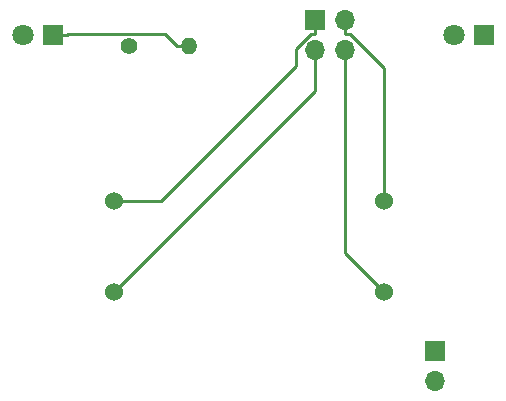
<source format=gbr>
%TF.GenerationSoftware,KiCad,Pcbnew,(6.0.11-0)*%
%TF.CreationDate,2023-11-06T17:50:52+10:00*%
%TF.ProjectId,GAUGE_Analog Instruments-12v,47415547-455f-4416-9e61-6c6f6720496e,rev?*%
%TF.SameCoordinates,Original*%
%TF.FileFunction,Copper,L2,Bot*%
%TF.FilePolarity,Positive*%
%FSLAX46Y46*%
G04 Gerber Fmt 4.6, Leading zero omitted, Abs format (unit mm)*
G04 Created by KiCad (PCBNEW (6.0.11-0)) date 2023-11-06 17:50:52*
%MOMM*%
%LPD*%
G01*
G04 APERTURE LIST*
%TA.AperFunction,ComponentPad*%
%ADD10C,1.524000*%
%TD*%
%TA.AperFunction,ComponentPad*%
%ADD11R,1.700000X1.700000*%
%TD*%
%TA.AperFunction,ComponentPad*%
%ADD12O,1.700000X1.700000*%
%TD*%
%TA.AperFunction,ComponentPad*%
%ADD13C,1.400000*%
%TD*%
%TA.AperFunction,ComponentPad*%
%ADD14O,1.400000X1.400000*%
%TD*%
%TA.AperFunction,ComponentPad*%
%ADD15R,1.800000X1.800000*%
%TD*%
%TA.AperFunction,ComponentPad*%
%ADD16C,1.800000*%
%TD*%
%TA.AperFunction,Conductor*%
%ADD17C,0.250000*%
%TD*%
G04 APERTURE END LIST*
D10*
%TO.P,M1,1*%
%TO.N,/COIL1*%
X168512800Y-93018000D03*
%TO.P,M1,2,-*%
%TO.N,/COIL2*%
X168512800Y-100718000D03*
%TO.P,M1,3*%
%TO.N,/COIL3*%
X191362800Y-100718000D03*
%TO.P,M1,4*%
%TO.N,/COIL4*%
X191362800Y-93018000D03*
%TD*%
D11*
%TO.P,J2,1,Pin_1*%
%TO.N,/COIL1*%
X185530500Y-77717600D03*
D12*
%TO.P,J2,2,Pin_2*%
%TO.N,/COIL4*%
X188070500Y-77717600D03*
%TO.P,J2,3,Pin_3*%
%TO.N,/COIL2*%
X185530500Y-80257600D03*
%TO.P,J2,4,Pin_4*%
%TO.N,/COIL3*%
X188070500Y-80257600D03*
%TD*%
D11*
%TO.P,J1,1,Pin_1*%
%TO.N,/LED+12V*%
X195690500Y-105789600D03*
D12*
%TO.P,J1,2,Pin_2*%
%TO.N,/LED-12V*%
X195690500Y-108329600D03*
%TD*%
D13*
%TO.P,R1,1*%
%TO.N,/LED-12V*%
X169775500Y-79934600D03*
D14*
%TO.P,R1,2*%
%TO.N,Net-(D1-Pad1)*%
X174855500Y-79934600D03*
%TD*%
D15*
%TO.P,D1,1,K*%
%TO.N,Net-(D1-Pad1)*%
X163290500Y-78984600D03*
D16*
%TO.P,D1,2,A*%
%TO.N,Net-(D1-Pad2)*%
X160750500Y-78984600D03*
%TD*%
D15*
%TO.P,D2,1,K*%
%TO.N,Net-(D1-Pad2)*%
X199790500Y-78984600D03*
D16*
%TO.P,D2,2,A*%
%TO.N,/LED+12V*%
X197250500Y-78984600D03*
%TD*%
D17*
%TO.N,Net-(D1-Pad1)*%
X172804900Y-78909300D02*
X173830200Y-79934600D01*
X164591100Y-78909300D02*
X172804900Y-78909300D01*
X164515800Y-78984600D02*
X164591100Y-78909300D01*
X163290500Y-78984600D02*
X164515800Y-78984600D01*
X174855500Y-79934600D02*
X173830200Y-79934600D01*
%TO.N,/COIL3*%
X188070500Y-97425700D02*
X188070500Y-80257600D01*
X191362800Y-100718000D02*
X188070500Y-97425700D01*
%TO.N,/COIL4*%
X191362800Y-81817900D02*
X191362800Y-93018000D01*
X188437800Y-78892900D02*
X191362800Y-81817900D01*
X188070500Y-78892900D02*
X188437800Y-78892900D01*
X188070500Y-77717600D02*
X188070500Y-78892900D01*
%TO.N,/COIL1*%
X185530500Y-77717600D02*
X185530500Y-78892900D01*
X172469800Y-93018000D02*
X168512800Y-93018000D01*
X183904900Y-81582900D02*
X172469800Y-93018000D01*
X183904900Y-80151100D02*
X183904900Y-81582900D01*
X185163100Y-78892900D02*
X183904900Y-80151100D01*
X185530500Y-78892900D02*
X185163100Y-78892900D01*
%TO.N,/COIL2*%
X185530500Y-83700300D02*
X168512800Y-100718000D01*
X185530500Y-80257600D02*
X185530500Y-83700300D01*
%TD*%
M02*

</source>
